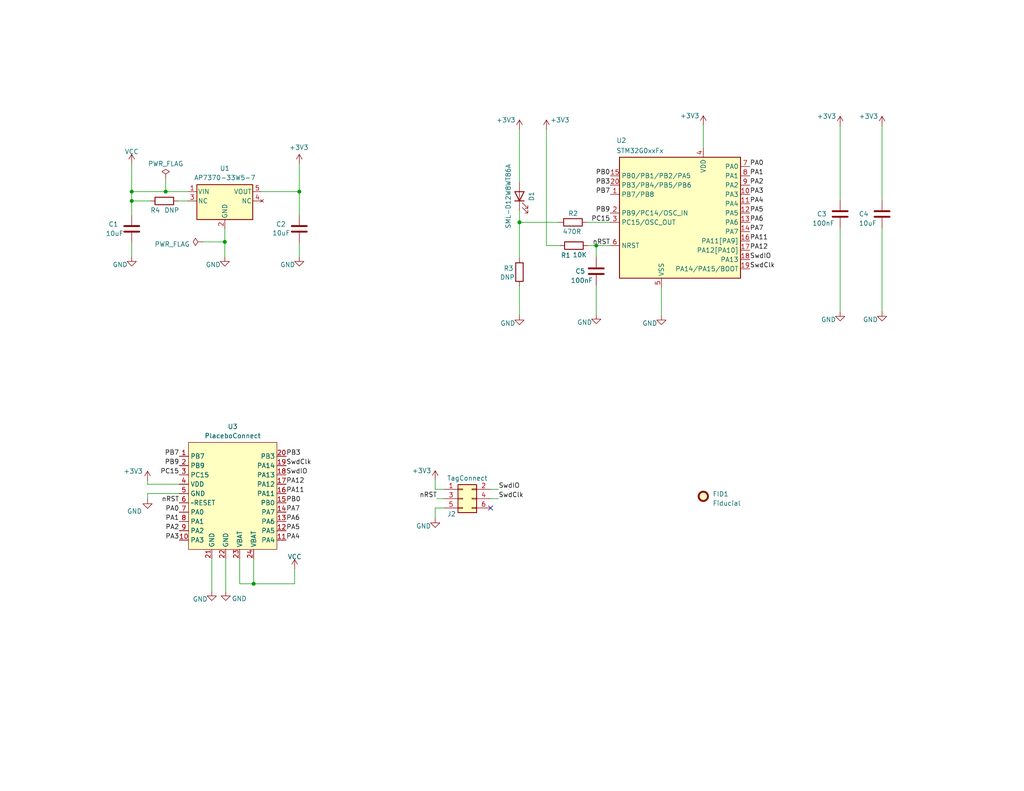
<source format=kicad_sch>
(kicad_sch (version 20220404) (generator eeschema)
  (paper "USLetter")
  (title_block (title "Placebo") (date "2022-08-31") (rev "0x8") (company "vitaly.codes"))
  (lib_symbols
    (symbol "Connector_Generic:Conn_02x03_Odd_Even" (pin_names (offset 1.016) hide)
      (property "Reference" "J" (at 1.27 5.08 0))
      (property "Value" "Conn_02x03_Odd_Even" (at 1.27 -5.08 0))
      (symbol "Conn_02x03_Odd_Even_1_1"
        (rectangle (start -1.27 -2.413) (end 0 -2.667) (stroke (width 0.1524)))
        (rectangle (start -1.27 0.127) (end 0 -0.127) (stroke (width 0.1524)))
        (rectangle (start -1.27 2.667) (end 0 2.413) (stroke (width 0.1524)))
        (rectangle (start -1.27 3.81) (end 3.81 -3.81) (stroke (width 0.254)) (fill (type background)))
        (rectangle (start 3.81 -2.413) (end 2.54 -2.667) (stroke (width 0.1524)))
        (rectangle (start 3.81 0.127) (end 2.54 -0.127) (stroke (width 0.1524)))
        (rectangle (start 3.81 2.667) (end 2.54 2.413) (stroke (width 0.1524)))
        (pin passive line (at -5.08 2.54 0) (length 3.81) (name "Pin_1") (number "1"))
        (pin passive line (at 7.62 2.54 180) (length 3.81) (name "Pin_2") (number "2"))
        (pin passive line (at -5.08 0 0) (length 3.81) (name "Pin_3") (number "3"))
        (pin passive line (at 7.62 0 180) (length 3.81) (name "Pin_4") (number "4"))
        (pin passive line (at -5.08 -2.54 0) (length 3.81) (name "Pin_5") (number "5"))
        (pin passive line (at 7.62 -2.54 180) (length 3.81) (name "Pin_6") (number "6"))
      )
    )
    (symbol "Device:C" (pin_numbers hide) (pin_names (offset 0.254))
      (property "Reference" "C" (at 0.635 2.54 0))
      (property "Value" "C" (at 0.635 -2.54 0))
      (symbol "C_0_1"
        (polyline (pts (xy -2.032 -0.762) (xy 2.032 -0.762)) (stroke (width 0.508)))
        (polyline (pts (xy -2.032 0.762) (xy 2.032 0.762)) (stroke (width 0.508)))
      )
      (symbol "C_1_1"
        (pin passive line (at 0 3.81 270) (length 2.794) (name "~") (number "1"))
        (pin passive line (at 0 -3.81 90) (length 2.794) (name "~") (number "2"))
      )
    )
    (symbol "Device:LED" (pin_numbers hide) (pin_names (offset 1.016) hide)
      (property "Reference" "D" (at 0 2.54 0))
      (property "Value" "LED" (at 0 -2.54 0))
      (symbol "LED_0_1"
        (polyline (pts (xy -1.27 -1.27) (xy -1.27 1.27)) (stroke (width 0.254)))
        (polyline (pts (xy -1.27 0) (xy 1.27 0)))
        (polyline (pts (xy 1.27 -1.27) (xy 1.27 1.27) (xy -1.27 0) (xy 1.27 -1.27)) (stroke (width 0.254)))
        (polyline (pts (xy -3.048 -0.762) (xy -4.572 -2.286) (xy -3.81 -2.286) (xy -4.572 -2.286) (xy -4.572 -1.524)))
        (polyline (pts (xy -1.778 -0.762) (xy -3.302 -2.286) (xy -2.54 -2.286) (xy -3.302 -2.286) (xy -3.302 -1.524)))
      )
      (symbol "LED_1_1"
        (pin passive line (at -3.81 0 0) (length 2.54) (name "K") (number "1"))
        (pin passive line (at 3.81 0 180) (length 2.54) (name "A") (number "2"))
      )
    )
    (symbol "Device:R" (pin_numbers hide) (pin_names (offset 0))
      (property "Reference" "R" (at 2.032 0 90))
      (property "Value" "R" (at 0 0 90))
      (symbol "R_0_1"
        (rectangle (start -1.016 -2.54) (end 1.016 2.54) (stroke (width 0.254)))
      )
      (symbol "R_1_1"
        (pin passive line (at 0 3.81 270) (length 1.27) (name "~") (number "1"))
        (pin passive line (at 0 -3.81 90) (length 1.27) (name "~") (number "2"))
      )
    )
    (symbol "Mechanical:Fiducial"
      (property "Reference" "FID" (at 0 5.08 0))
      (property "Value" "Fiducial" (at 0 3.175 0))
      (symbol "Fiducial_0_1"
        (circle (center 0 0) (radius 1.27) (stroke (width 0.508)) (fill (type background)))
      )
    )
    (symbol "Placebo:AP7370-33W5-7" (pin_names (offset 0.254))
      (property "Reference" "U1" (at 0 8.89 0))
      (property "Value" "AP7370-33W5-7" (at 0 6.35 0))
      (symbol "AP7370-33W5-7_0_1"
        (rectangle (start -7.62 4.445) (end 7.62 -5.08) (stroke (width 0.254)) (fill (type background)))
      )
      (symbol "AP7370-33W5-7_1_1"
        (pin power_in line (at -10.16 2.54 0) (length 2.54) (name "VIN") (number "1"))
        (pin power_in line (at 0 -7.62 90) (length 2.54) (name "GND") (number "2"))
        (pin free line (at -10.16 0 0) (length 2.54) (name "NC") (number "3"))
        (pin no_connect line (at 10.16 0 180) (length 2.54) (name "NC") (number "4"))
        (pin power_out line (at 10.16 2.54 180) (length 2.54) (name "VOUT") (number "5"))
      )
    )
    (symbol "Placebo:PlaceboConnect"
      (property "Reference" "U" (at 0 15.24 0))
      (property "Value" "PlaceboConnect" (at 0 17.78 0))
      (symbol "PlaceboConnect_0_0"
        (pin bidirectional line (at -13.97 10.16 0) (length 2.54) (name "PB7") (number "1"))
        (pin bidirectional line (at -13.97 -12.7 0) (length 2.54) (name "PA3") (number "10"))
        (pin bidirectional line (at 15.24 -12.7 180) (length 2.54) (name "PA4") (number "11"))
        (pin bidirectional line (at 15.24 -10.16 180) (length 2.54) (name "PA5") (number "12"))
        (pin bidirectional line (at 15.24 -7.62 180) (length 2.54) (name "PA6") (number "13"))
        (pin bidirectional line (at 15.24 -5.08 180) (length 2.54) (name "PA7") (number "14"))
        (pin bidirectional line (at 15.24 -2.54 180) (length 2.54) (name "PB0") (number "15"))
        (pin bidirectional line (at 15.24 0 180) (length 2.54) (name "PA11") (number "16"))
        (pin bidirectional line (at 15.24 2.54 180) (length 2.54) (name "PA12") (number "17"))
        (pin bidirectional line (at 15.24 5.08 180) (length 2.54) (name "PA13") (number "18"))
        (pin bidirectional line (at 15.24 7.62 180) (length 2.54) (name "PA14") (number "19"))
        (pin bidirectional line (at -13.97 7.62 0) (length 2.54) (name "PB9") (number "2"))
        (pin bidirectional line (at 15.24 10.16 180) (length 2.54) (name "PB3") (number "20"))
        (pin power_in line (at -5.08 -17.78 90) (length 2.54) (name "GND") (number "21"))
        (pin power_in line (at -1.27 -17.78 90) (length 2.54) (name "GND") (number "22"))
        (pin power_in line (at 2.54 -17.78 90) (length 2.54) (name "VBAT") (number "23"))
        (pin power_in line (at 6.35 -17.78 90) (length 2.54) (name "VBAT") (number "24"))
        (pin bidirectional line (at -13.97 5.08 0) (length 2.54) (name "PC15") (number "3"))
        (pin power_in line (at -13.97 2.54 0) (length 2.54) (name "VDD") (number "4"))
        (pin power_in line (at -13.97 0 0) (length 2.54) (name "GND") (number "5"))
        (pin input line (at -13.97 -2.54 0) (length 2.54) (name "~RESET") (number "6"))
        (pin bidirectional line (at -13.97 -5.08 0) (length 2.54) (name "PA0") (number "7"))
        (pin bidirectional line (at -13.97 -7.62 0) (length 2.54) (name "PA1") (number "8"))
        (pin bidirectional line (at -13.97 -10.16 0) (length 2.54) (name "PA2") (number "9"))
      )
      (symbol "PlaceboConnect_0_1"
        (rectangle (start -11.43 13.97) (end 12.7 -15.24) (fill (type background)))
      )
    )
    (symbol "Placebo:STM32G0xxFx"
      (property "Reference" "U" (at -1.27 2.54 0))
      (property "Value" "STM32G0xxFx" (at -19.05 17.78 0))
      (symbol "STM32G0xxFx_0_1"
        (rectangle (start -22.86 15.24) (end 10.16 -17.78) (stroke (width 0.254)) (fill (type background)))
      )
      (symbol "STM32G0xxFx_1_1"
        (pin bidirectional line (at -25.4 5.08 0) (length 2.54) (name "PB7/PB8") (number "1"))
        (pin bidirectional line (at 12.7 5.08 180) (length 2.54) (name "PA3") (number "10"))
        (pin bidirectional line (at 12.7 2.54 180) (length 2.54) (name "PA4") (number "11"))
        (pin bidirectional line (at 12.7 0 180) (length 2.54) (name "PA5") (number "12"))
        (pin bidirectional line (at 12.7 -2.54 180) (length 2.54) (name "PA6") (number "13"))
        (pin bidirectional line (at 12.7 -5.08 180) (length 2.54) (name "PA7") (number "14"))
        (pin bidirectional line (at -25.4 10.16 0) (length 2.54) (name "PB0/PB1/PB2/PA5") (number "15"))
        (pin bidirectional line (at 12.7 -7.62 180) (length 2.54) (name "PA11[PA9]") (number "16"))
        (pin bidirectional line (at 12.7 -10.16 180) (length 2.54) (name "PA12[PA10]") (number "17"))
        (pin bidirectional line (at 12.7 -12.7 180) (length 2.54) (name "PA13") (number "18"))
        (pin bidirectional line (at 12.7 -15.24 180) (length 2.54) (name "PA14/PA15/BOOT") (number "19"))
        (pin bidirectional line (at -25.4 0 0) (length 2.54) (name "PB9/PC14/OSC_IN") (number "2"))
        (pin bidirectional line (at -25.4 7.62 0) (length 2.54) (name "PB3/PB4/PB5/PB6") (number "20"))
        (pin bidirectional line (at -25.4 -2.54 0) (length 2.54) (name "PC15/OSC_OUT") (number "3"))
        (pin power_in line (at 0 17.78 270) (length 2.54) (name "VDD") (number "4"))
        (pin power_in line (at -11.43 -20.32 90) (length 2.54) (name "VSS") (number "5"))
        (pin bidirectional line (at -25.4 -8.89 0) (length 2.54) (name "NRST") (number "6"))
        (pin bidirectional line (at 12.7 12.7 180) (length 2.54) (name "PA0") (number "7"))
        (pin bidirectional line (at 12.7 10.16 180) (length 2.54) (name "PA1") (number "8"))
        (pin bidirectional line (at 12.7 7.62 180) (length 2.54) (name "PA2") (number "9"))
      )
    )
    (symbol "power:+3.3V" (power) (pin_names (offset 0))
      (property "Value" "+3.3V" (at 0 3.556 0))
      (symbol "+3.3V_0_1"
        (polyline (pts (xy -0.762 1.27) (xy 0 2.54)))
        (polyline (pts (xy 0 0) (xy 0 2.54)))
        (polyline (pts (xy 0 2.54) (xy 0.762 1.27)))
      )
      (symbol "+3.3V_1_1"
        (pin power_in line (at 0 0 90) (length 0) hide (name "+3V3") (number "1"))
      )
    )
    (symbol "power:GND" (power) (pin_names (offset 0))
      (property "Value" "GND" (at 0 -3.81 0))
      (symbol "GND_0_1"
        (polyline (pts (xy 0 0) (xy 0 -1.27) (xy 1.27 -1.27) (xy 0 -2.54) (xy -1.27 -1.27) (xy 0 -1.27)))
      )
      (symbol "GND_1_1"
        (pin power_in line (at 0 0 270) (length 0) hide (name "GND") (number "1"))
      )
    )
    (symbol "power:PWR_FLAG" (power) (pin_numbers hide) (pin_names (offset 0) hide)
      (property "Value" "PWR_FLAG" (at 0 3.81 0))
      (symbol "PWR_FLAG_0_0"
        (pin power_out line (at 0 0 90) (length 0) (name "pwr") (number "1"))
      )
      (symbol "PWR_FLAG_0_1"
        (polyline (pts (xy 0 0) (xy 0 1.27) (xy -1.016 1.905) (xy 0 2.54) (xy 1.016 1.905) (xy 0 1.27)))
      )
    )
    (symbol "power:VCC" (power) (pin_names (offset 0))
      (property "Value" "VCC" (at 0 3.81 0))
      (symbol "VCC_0_1"
        (polyline (pts (xy -0.762 1.27) (xy 0 2.54)))
        (polyline (pts (xy 0 0) (xy 0 2.54)))
        (polyline (pts (xy 0 2.54) (xy 0.762 1.27)))
      )
      (symbol "VCC_1_1"
        (pin power_in line (at 0 0 90) (length 0) hide (name "VCC") (number "1"))
      )
    )
  )
  (junction (at 35.941 54.864))
  (junction (at 45.212 52.324))
  (junction (at 162.687 67.056) (diameter 0.9144))
  (junction (at 141.732 60.706))
  (junction (at 81.661 52.324))
  (junction (at 69.215 159.385))
  (junction (at 61.341 66.04))
  (junction (at 35.941 52.324))
  (no_connect (at 133.858 138.684))
  (wire (pts (xy 48.641 54.864) (xy 51.181 54.864)))
  (wire (pts (xy 118.745 141.478) (xy 118.745 138.684)))
  (wire (pts (xy 240.665 54.61) (xy 240.665 34.29)))
  (wire (pts (xy 180.467 78.486) (xy 180.467 86.106)))
  (wire (pts (xy 229.235 85.09) (xy 229.235 62.23)))
  (wire (pts (xy 118.745 133.604) (xy 121.158 133.604)))
  (wire (pts (xy 81.661 70.104) (xy 81.661 66.294)))
  (wire (pts (xy 136.017 133.604) (xy 133.858 133.604)))
  (wire (pts (xy 141.732 35.306) (xy 141.732 49.784)))
  (wire (pts (xy 40.259 136.271) (xy 40.259 134.747)))
  (wire (pts (xy 141.732 60.706) (xy 152.527 60.706)))
  (wire (pts (xy 162.687 67.056) (xy 162.687 70.231)))
  (wire (pts (xy 61.341 62.484) (xy 61.341 66.04)))
  (wire (pts (xy 35.941 52.324) (xy 35.941 54.864)))
  (wire (pts (xy 160.147 60.706) (xy 166.497 60.706)))
  (wire (pts (xy 240.665 85.09) (xy 240.665 62.23)))
  (wire (pts (xy 80.391 155.321) (xy 80.391 159.385)))
  (wire (pts (xy 162.687 77.851) (xy 162.687 85.852)))
  (wire (pts (xy 61.341 66.04) (xy 61.341 70.104)))
  (wire (pts (xy 191.897 34.163) (xy 191.897 40.386)))
  (wire (pts (xy 40.259 132.207) (xy 48.895 132.207)))
  (wire (pts (xy 35.941 44.704) (xy 35.941 52.324)))
  (wire (pts (xy 45.212 52.324) (xy 51.181 52.324)))
  (wire (pts (xy 35.941 52.324) (xy 45.212 52.324)))
  (wire (pts (xy 149.098 67.056) (xy 152.781 67.056)))
  (wire (pts (xy 141.732 57.404) (xy 141.732 60.706)))
  (wire (pts (xy 69.215 152.527) (xy 69.215 159.385)))
  (wire (pts (xy 118.745 138.684) (xy 121.158 138.684)))
  (wire (pts (xy 160.401 67.056) (xy 162.687 67.056)))
  (wire (pts (xy 162.687 67.056) (xy 166.497 67.056)))
  (wire (pts (xy 40.259 131.191) (xy 40.259 132.207)))
  (wire (pts (xy 71.501 52.324) (xy 81.661 52.324)))
  (wire (pts (xy 35.941 54.864) (xy 35.941 58.674)))
  (wire (pts (xy 61.595 152.527) (xy 61.595 161.417)))
  (wire (pts (xy 149.098 35.306) (xy 149.098 67.056)))
  (wire (pts (xy 45.212 48.768) (xy 45.212 52.324)))
  (wire (pts (xy 40.259 134.747) (xy 48.895 134.747)))
  (wire (pts (xy 81.661 44.704) (xy 81.661 52.324)))
  (wire (pts (xy 141.732 60.706) (xy 141.732 70.485)))
  (wire (pts (xy 136.017 136.144) (xy 133.858 136.144)))
  (wire (pts (xy 229.235 34.29) (xy 229.235 54.61)))
  (wire (pts (xy 119.253 136.144) (xy 121.158 136.144)))
  (wire (pts (xy 65.405 159.385) (xy 65.405 152.527)))
  (wire (pts (xy 57.785 152.527) (xy 57.785 161.417)))
  (wire (pts (xy 55.245 66.04) (xy 61.341 66.04)))
  (wire (pts (xy 35.941 54.864) (xy 41.021 54.864)))
  (wire (pts (xy 118.745 131.064) (xy 118.745 133.604)))
  (wire (pts (xy 81.661 52.324) (xy 81.661 58.674)))
  (wire (pts (xy 141.732 78.105) (xy 141.732 86.106)))
  (wire (pts (xy 35.941 70.104) (xy 35.941 66.294)))
  (wire (pts (xy 69.215 159.385) (xy 65.405 159.385)))
  (wire (pts (xy 69.215 159.385) (xy 80.391 159.385)))
  (label "PC15" (at 166.497 60.706 180))
  (label "PA1" (at 48.895 142.367 180))
  (label "PA0" (at 48.895 139.827 180))
  (label "SwdIO" (at 136.017 133.604 0))
  (label "PC15" (at 48.895 129.667 180))
  (label "nRST" (at 166.497 67.056 180))
  (label "PA6" (at 204.597 60.706 0))
  (label "PB7" (at 166.497 53.086 180))
  (label "PA5" (at 204.597 58.166 0))
  (label "PA12" (at 204.597 68.326 0))
  (label "PB0" (at 78.105 137.287 0))
  (label "PB9" (at 48.895 127.127 180))
  (label "PA2" (at 204.597 50.546 0))
  (label "nRST" (at 48.895 137.287 180))
  (label "SwdClk" (at 204.597 73.406 0))
  (label "PB3" (at 78.105 124.587 0))
  (label "PB7" (at 48.895 124.587 180))
  (label "SwdClk" (at 78.105 127.127 0))
  (label "PB9" (at 166.497 58.166 180))
  (label "PA7" (at 78.105 139.827 0))
  (label "PA0" (at 204.597 45.466 0))
  (label "PA11" (at 204.597 65.786 0))
  (label "PA7" (at 204.597 63.246 0))
  (label "SwdIO" (at 78.105 129.667 0))
  (label "PA11" (at 78.105 134.747 0))
  (label "PA3" (at 48.895 147.447 180))
  (label "PA2" (at 48.895 144.907 180))
  (label "PB3" (at 166.497 50.546 180))
  (label "SwdIO" (at 204.597 70.866 0))
  (label "PB0" (at 166.497 48.006 180))
  (label "PA6" (at 78.105 142.367 0))
  (label "nRST" (at 119.253 136.144 180))
  (label "PA12" (at 78.105 132.207 0))
  (label "SwdClk" (at 136.017 136.144 0))
  (label "PA4" (at 78.105 147.447 0))
  (label "PA1" (at 204.597 48.006 0))
  (label "PA4" (at 204.597 55.626 0))
  (label "PA3" (at 204.597 53.086 0))
  (label "PA5" (at 78.105 144.907 0))
  (symbol (lib_id "Mechanical:Fiducial") (at 191.897 135.509 0) (unit 1)
    (default_instance (reference "FID") (unit 1) (value "Fiducial") (footprint ""))
    (property "Reference" "FID1" (at 194.437 134.874 0) (effects (justify left)))
    (property "Value" "Fiducial" (at 194.437 137.414 0) (effects (justify left)))
    (property "Footprint" "Fiducial:Fiducial_0.5mm_Mask1.5mm" (effects hide))
  )
  (symbol (lib_id "power:VCC") (at 35.941 44.704 0) (unit 1)
    (default_instance (reference "#PWR") (unit 1) (value "VCC") (footprint ""))
    (property "Reference" "#PWR02" (effects hide))
    (property "Value" "VCC" (at 35.941 41.402 0))
  )
  (symbol (lib_id "power:PWR_FLAG") (at 55.245 66.04 90) (unit 1)
    (default_instance (reference "#FLG") (unit 1) (value "PWR_FLAG") (footprint ""))
    (property "Reference" "#FLG02" (effects hide))
    (property "Value" "PWR_FLAG" (at 51.816 66.675 90) (effects (justify left)))
  )
  (symbol (lib_id "power:+3.3V") (at 81.661 44.704 0) (mirror y) (unit 1)
    (default_instance (reference "U") (unit 1) (value "") (footprint ""))
    (property "Reference" "#PWR01" (effects hide))
    (property "Value" "+3.3V" (at 84.2011 40.259 0) (effects (justify left)))
  )
  (symbol (lib_id "power:+3.3V") (at 191.897 34.163 0) (unit 1)
    (default_instance (reference "U") (unit 1) (value "") (footprint ""))
    (property "Reference" "#PWR06" (effects hide))
    (property "Value" "+3.3V" (at 185.5469 31.623 0) (effects (justify left)))
  )
  (symbol (lib_id "Device:C") (at 35.941 62.484 0) (unit 1)
    (default_instance (reference "U") (unit 1) (value "") (footprint ""))
    (property "Reference" "C1" (at 29.591 61.214 0) (effects (justify left)))
    (property "Value" "10uF" (at 28.829 63.754 0) (effects (justify left)))
    (property "Footprint" "Capacitor_SMD:C_0603_1608Metric" (effects hide))
  )
  (symbol (lib_id "Device:R") (at 44.831 54.864 90) (mirror x) (unit 1)
    (default_instance (reference "U") (unit 1) (value "") (footprint ""))
    (property "Reference" "R4" (at 41.021 57.404 90) (effects (justify right)))
    (property "Value" "DNP" (at 44.831 57.404 90) (effects (justify right)))
    (property "Footprint" "Resistor_SMD:R_0603_1608Metric" (effects hide))
  )
  (symbol (lib_id "power:+3.3V") (at 40.259 131.191 0) (mirror y) (unit 1)
    (default_instance (reference "U") (unit 1) (value "") (footprint ""))
    (property "Reference" "#PWR0102" (effects hide))
    (property "Value" "+3.3V" (at 38.989 128.651 0) (effects (justify left)))
  )
  (symbol (lib_id "power:GND") (at 81.661 70.104 0) (unit 1)
    (default_instance (reference "U") (unit 1) (value "") (footprint ""))
    (property "Reference" "#PWR0103" (effects hide))
    (property "Value" "GND" (at 78.486 72.263 0))
  )
  (symbol (lib_id "power:GND") (at 61.595 161.417 0) (unit 1)
    (default_instance (reference "U") (unit 1) (value "") (footprint ""))
    (property "Reference" "#PWR0107" (effects hide))
    (property "Value" "GND" (at 65.278 163.449 0))
  )
  (symbol (lib_id "Placebo:AP7370-33W5-7") (at 61.341 54.864 0) (unit 1)
    (default_instance (reference "U") (unit 1) (value "") (footprint ""))
    (property "Reference" "U1" (at 61.341 45.974 0))
    (property "Value" "AP7370-33W5-7" (at 61.341 48.514 0))
    (property "Footprint" "Package_TO_SOT_SMD:TSOT-23-5_HandSoldering" (effects hide))
    (property "Datasheet" "https://www.mouser.com/datasheet/2/115/AP7370-1605740.pdf" (effects hide))
  )
  (symbol (lib_id "Device:R") (at 156.337 60.706 270) (mirror x) (unit 1)
    (default_instance (reference "U") (unit 1) (value "") (footprint ""))
    (property "Reference" "R2" (at 157.734 58.293 90) (effects (justify right)))
    (property "Value" "470R" (at 158.623 63.246 90) (effects (justify right)))
    (property "Footprint" "Resistor_SMD:R_0603_1608Metric" (effects hide))
  )
  (symbol (lib_id "power:+3.3V") (at 149.098 35.306 0) (unit 1)
    (default_instance (reference "U") (unit 1) (value "") (footprint ""))
    (property "Reference" "#PWR0109" (effects hide))
    (property "Value" "+3.3V" (at 150.114 32.766 0) (effects (justify left)))
  )
  (symbol (lib_id "power:GND") (at 57.785 161.417 0) (unit 1)
    (default_instance (reference "U") (unit 1) (value "") (footprint ""))
    (property "Reference" "#PWR0107" (effects hide))
    (property "Value" "GND" (at 54.61 163.576 0))
  )
  (symbol (lib_id "power:+3.3V") (at 229.235 34.29 0) (unit 1)
    (default_instance (reference "U") (unit 1) (value "") (footprint ""))
    (property "Reference" "#PWR0113" (effects hide))
    (property "Value" "+3.3V" (at 222.8849 31.75 0) (effects (justify left)))
  )
  (symbol (lib_id "power:GND") (at 35.941 70.104 0) (unit 1)
    (default_instance (reference "U") (unit 1) (value "") (footprint ""))
    (property "Reference" "#PWR0104" (effects hide))
    (property "Value" "GND" (at 32.766 72.263 0))
  )
  (symbol (lib_id "power:GND") (at 229.235 85.09 0) (unit 1)
    (default_instance (reference "U") (unit 1) (value "") (footprint ""))
    (property "Reference" "#PWR0105" (effects hide))
    (property "Value" "GND" (at 226.06 87.249 0))
  )
  (symbol (lib_id "power:+3.3V") (at 141.732 35.306 0) (unit 1)
    (default_instance (reference "U") (unit 1) (value "") (footprint ""))
    (property "Reference" "#PWR07" (effects hide))
    (property "Value" "+3.3V" (at 135.3819 32.766 0) (effects (justify left)))
  )
  (symbol (lib_id "power:GND") (at 118.745 141.478 0) (unit 1)
    (default_instance (reference "U") (unit 1) (value "") (footprint ""))
    (property "Reference" "#PWR04" (effects hide))
    (property "Value" "GND" (at 115.57 143.637 0))
  )
  (symbol (lib_id "power:GND") (at 240.665 85.09 0) (unit 1)
    (default_instance (reference "U") (unit 1) (value "") (footprint ""))
    (property "Reference" "#PWR0106" (effects hide))
    (property "Value" "GND" (at 237.49 87.249 0))
  )
  (symbol (lib_id "Placebo:PlaceboConnect") (at 62.865 134.747 0) (unit 1)
    (default_instance (reference "U") (unit 1) (value "PlaceboConnect") (footprint "placebo:PlaceboConnect"))
    (property "Reference" "U3" (at 63.5 116.459 0))
    (property "Value" "PlaceboConnect" (at 63.5 118.999 0))
    (property "Footprint" "placebo:PlaceboConnect_Cutout" (effects hide))
    (property "Datasheet" "https://vitaly.codes/placebo" (effects hide))
  )
  (symbol (lib_id "Device:LED") (at 141.732 53.594 90) (unit 1)
    (default_instance (reference "D") (unit 1) (value "LED") (footprint ""))
    (property "Reference" "D1" (at 145.034 53.594 0))
    (property "Value" "SML-D12W8WT86A" (at 138.684 53.594 0))
    (property "Footprint" "LED_SMD:LED_0603_1608Metric" (effects hide))
    (property "Datasheet" "https://www.mouser.com/datasheet/2/348/sml-d12w8w(a)-e-1874513.pdf" (effects hide))
  )
  (symbol (lib_id "Device:R") (at 141.732 74.295 0) (mirror y) (unit 1)
    (default_instance (reference "U") (unit 1) (value "") (footprint ""))
    (property "Reference" "R3" (at 137.414 73.279 0) (effects (justify right)))
    (property "Value" "DNP" (at 136.398 75.692 0) (effects (justify right)))
    (property "Footprint" "Resistor_SMD:R_0603_1608Metric" (effects hide))
  )
  (symbol (lib_id "power:GND") (at 141.732 86.106 0) (unit 1)
    (default_instance (reference "U") (unit 1) (value "") (footprint ""))
    (property "Reference" "#PWR08" (effects hide))
    (property "Value" "GND" (at 138.557 88.265 0))
  )
  (symbol (lib_id "Connector_Generic:Conn_02x03_Odd_Even") (at 126.238 136.144 0) (unit 1)
    (default_instance (reference "U") (unit 1) (value "") (footprint ""))
    (property "Reference" "J2" (at 123.19 140.335 0))
    (property "Value" "TagConnect" (at 127.508 130.556 0))
    (property "Footprint" "placebo:Tag-Connect_TC2030-IDC-NL_2x03_P1.27mm_Vertical" (effects hide))
  )
  (symbol (lib_id "Device:C") (at 162.687 74.041 0) (unit 1)
    (default_instance (reference "U") (unit 1) (value "") (footprint ""))
    (property "Reference" "C5" (at 156.972 74.041 0) (effects (justify left)))
    (property "Value" "100nF" (at 155.702 76.581 0) (effects (justify left)))
    (property "Footprint" "Capacitor_SMD:C_0603_1608Metric" (effects hide))
  )
  (symbol (lib_id "power:VCC") (at 80.391 155.321 0) (unit 1)
    (default_instance (reference "#PWR") (unit 1) (value "VCC") (footprint ""))
    (property "Reference" "#PWR0108" (effects hide))
    (property "Value" "VCC" (at 80.391 152.019 0))
  )
  (symbol (lib_id "power:GND") (at 40.259 136.271 0) (unit 1)
    (default_instance (reference "U") (unit 1) (value "") (footprint ""))
    (property "Reference" "#PWR0101" (effects hide))
    (property "Value" "GND" (at 36.703 139.573 0))
  )
  (symbol (lib_id "power:PWR_FLAG") (at 45.212 48.768 0) (unit 1)
    (default_instance (reference "#FLG") (unit 1) (value "PWR_FLAG") (footprint ""))
    (property "Reference" "#FLG0101" (effects hide))
    (property "Value" "PWR_FLAG" (at 45.212 44.704 0))
  )
  (symbol (lib_id "power:GND") (at 162.687 85.852 0) (unit 1)
    (default_instance (reference "U") (unit 1) (value "") (footprint ""))
    (property "Reference" "#PWR0111" (effects hide))
    (property "Value" "GND" (at 159.512 88.011 0))
  )
  (symbol (lib_id "Device:C") (at 81.661 62.484 0) (unit 1)
    (default_instance (reference "U") (unit 1) (value "") (footprint ""))
    (property "Reference" "C2" (at 75.311 61.214 0) (effects (justify left)))
    (property "Value" "10uF" (at 74.295 63.627 0) (effects (justify left)))
    (property "Footprint" "Capacitor_SMD:C_0603_1608Metric" (effects hide))
  )
  (symbol (lib_id "power:GND") (at 180.467 86.106 0) (unit 1)
    (default_instance (reference "U") (unit 1) (value "") (footprint ""))
    (property "Reference" "#PWR0110" (effects hide))
    (property "Value" "GND" (at 177.292 88.265 0))
  )
  (symbol (lib_id "power:+3.3V") (at 240.665 34.29 0) (unit 1)
    (default_instance (reference "U") (unit 1) (value "") (footprint ""))
    (property "Reference" "#PWR0112" (effects hide))
    (property "Value" "+3.3V" (at 234.3149 31.75 0) (effects (justify left)))
  )
  (symbol (lib_id "Device:R") (at 156.591 67.056 270) (mirror x) (unit 1)
    (default_instance (reference "U") (unit 1) (value "") (footprint ""))
    (property "Reference" "R1" (at 155.702 69.723 90) (effects (justify right)))
    (property "Value" "10K" (at 160.147 69.596 90) (effects (justify right)))
    (property "Footprint" "Resistor_SMD:R_0603_1608Metric" (effects hide))
  )
  (symbol (lib_id "power:+3.3V") (at 118.745 131.064 0) (unit 1)
    (default_instance (reference "U") (unit 1) (value "") (footprint ""))
    (property "Reference" "#PWR03" (effects hide))
    (property "Value" "+3.3V" (at 112.3949 128.524 0) (effects (justify left)))
  )
  (symbol (lib_id "Device:C") (at 240.665 58.42 0) (unit 1)
    (default_instance (reference "U") (unit 1) (value "") (footprint ""))
    (property "Reference" "C4" (at 234.315 58.42 0) (effects (justify left)))
    (property "Value" "10uF" (at 234.315 60.96 0) (effects (justify left)))
    (property "Footprint" "Capacitor_SMD:C_0603_1608Metric" (effects hide))
  )
  (symbol (lib_id "Placebo:STM32G0xxFx") (at 191.897 58.166 0) (unit 1)
    (default_instance (reference "U") (unit 1) (value "") (footprint ""))
    (property "Reference" "U2" (at 169.545 38.354 0))
    (property "Value" "STM32G0xxFx" (at 174.625 41.148 0))
    (property "Footprint" "Package_SO:TSSOP-20_4.4x6.5mm_P0.65mm" (effects hide))
    (property "Datasheet" "https://www.st.com/resource/en/datasheet/stm32g030f6.pdf" (effects hide))
  )
  (symbol (lib_id "Device:C") (at 229.235 58.42 0) (unit 1)
    (default_instance (reference "U") (unit 1) (value "") (footprint ""))
    (property "Reference" "C3" (at 222.885 58.42 0) (effects (justify left)))
    (property "Value" "100nF" (at 221.615 60.96 0) (effects (justify left)))
    (property "Footprint" "Capacitor_SMD:C_0603_1608Metric" (effects hide))
  )
  (symbol (lib_id "power:GND") (at 61.341 70.104 0) (unit 1)
    (default_instance (reference "U") (unit 1) (value "") (footprint ""))
    (property "Reference" "#PWR05" (effects hide))
    (property "Value" "GND" (at 58.166 72.263 0))
  )
)
</source>
